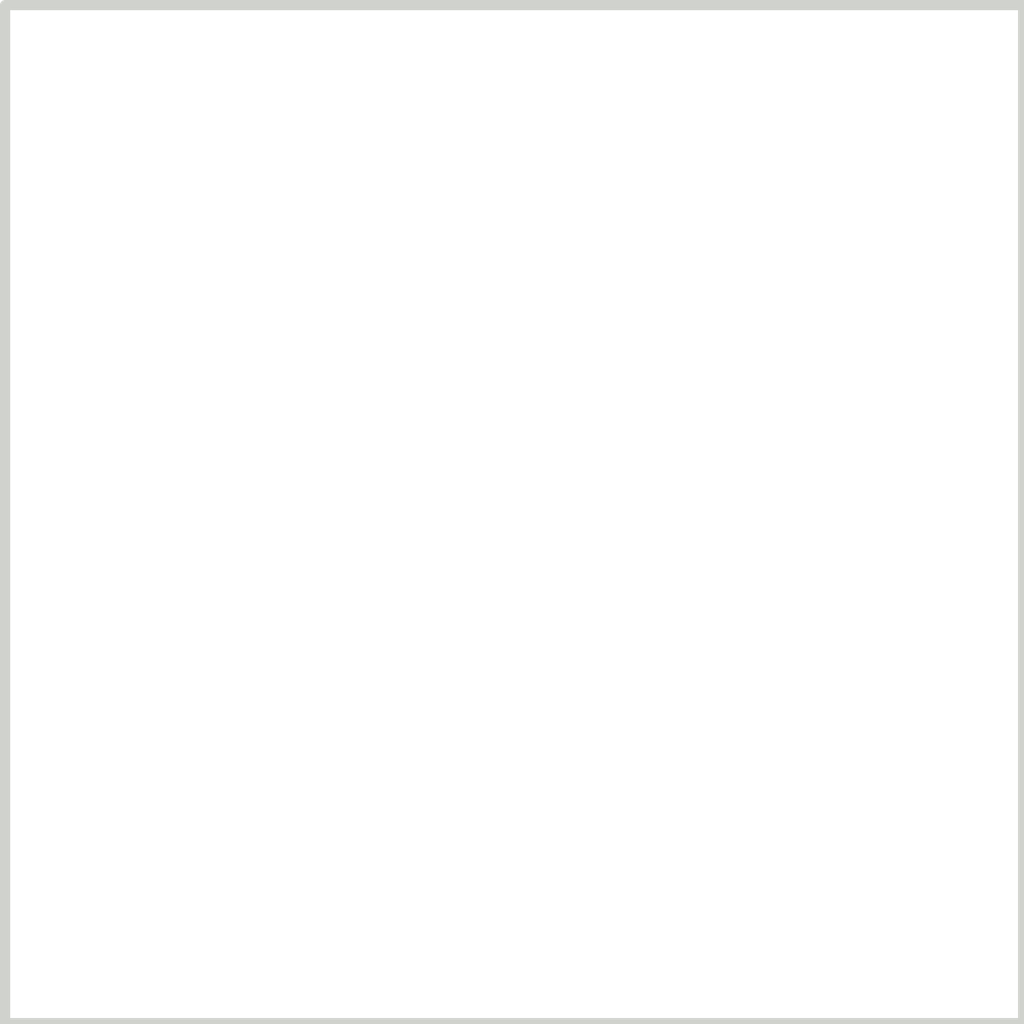
<source format=kicad_pcb>
(kicad_pcb
	(version 20240108)
	(generator "pcbnew")
	(generator_version "8.0")
	(general
		(thickness 1.6)
		(legacy_teardrops no)
	)
	(paper "A4")
	(layers
		(0 "F.Cu" signal)
		(31 "B.Cu" signal)
		(32 "B.Adhes" user "B.Adhesive")
		(33 "F.Adhes" user "F.Adhesive")
		(34 "B.Paste" user)
		(35 "F.Paste" user)
		(36 "B.SilkS" user "B.Silkscreen")
		(37 "F.SilkS" user "F.Silkscreen")
		(38 "B.Mask" user)
		(39 "F.Mask" user)
		(40 "Dwgs.User" user "User.Drawings")
		(41 "Cmts.User" user "User.Comments")
		(42 "Eco1.User" user "User.Eco1")
		(43 "Eco2.User" user "User.Eco2")
		(44 "Edge.Cuts" user)
		(45 "Margin" user)
		(46 "B.CrtYd" user "B.Courtyard")
		(47 "F.CrtYd" user "F.Courtyard")
		(48 "B.Fab" user)
		(49 "F.Fab" user)
		(50 "User.1" user)
		(51 "User.2" user)
		(52 "User.3" user)
		(53 "User.4" user)
		(54 "User.5" user)
		(55 "User.6" user)
		(56 "User.7" user)
		(57 "User.8" user)
		(58 "User.9" user)
	)
	(setup
		(stackup
			(layer "F.SilkS"
				(type "Top Silk Screen")
			)
			(layer "F.Paste"
				(type "Top Solder Paste")
			)
			(layer "F.Mask"
				(type "Top Solder Mask")
				(thickness 0.01)
			)
			(layer "F.Cu"
				(type "copper")
				(thickness 0.035)
			)
			(layer "dielectric 1"
				(type "core")
				(thickness 1.51)
				(material "FR4")
				(epsilon_r 4.5)
				(loss_tangent 0.02)
			)
			(layer "B.Cu"
				(type "copper")
				(thickness 0.035)
			)
			(layer "B.Mask"
				(type "Bottom Solder Mask")
				(thickness 0.01)
			)
			(layer "B.Paste"
				(type "Bottom Solder Paste")
			)
			(layer "B.SilkS"
				(type "Bottom Silk Screen")
			)
			(copper_finish "None")
			(dielectric_constraints no)
		)
		(pad_to_mask_clearance 0)
		(allow_soldermask_bridges_in_footprints no)
		(pcbplotparams
			(layerselection 0x00010fc_ffffffff)
			(plot_on_all_layers_selection 0x0000000_00000000)
			(disableapertmacros no)
			(usegerberextensions no)
			(usegerberattributes yes)
			(usegerberadvancedattributes yes)
			(creategerberjobfile yes)
			(dashed_line_dash_ratio 12.000000)
			(dashed_line_gap_ratio 3.000000)
			(svgprecision 4)
			(plotframeref no)
			(viasonmask no)
			(mode 1)
			(useauxorigin no)
			(hpglpennumber 1)
			(hpglpenspeed 20)
			(hpglpendiameter 15.000000)
			(pdf_front_fp_property_popups yes)
			(pdf_back_fp_property_popups yes)
			(dxfpolygonmode yes)
			(dxfimperialunits yes)
			(dxfusepcbnewfont yes)
			(psnegative no)
			(psa4output no)
			(plotreference yes)
			(plotvalue yes)
			(plotfptext yes)
			(plotinvisibletext no)
			(sketchpadsonfab no)
			(subtractmaskfromsilk no)
			(outputformat 1)
			(mirror no)
			(drillshape 1)
			(scaleselection 1)
			(outputdirectory "")
		)
	)
	(net 0 "")
	(gr_rect
		(start 100 50)
		(end 105 55)
		(stroke
			(width 0.05)
			(type default)
		)
		(fill none)
		(layer "Edge.Cuts")
		(uuid "a1f16768-bd05-4696-bc7f-1d63b4778ef9")
	)
)

</source>
